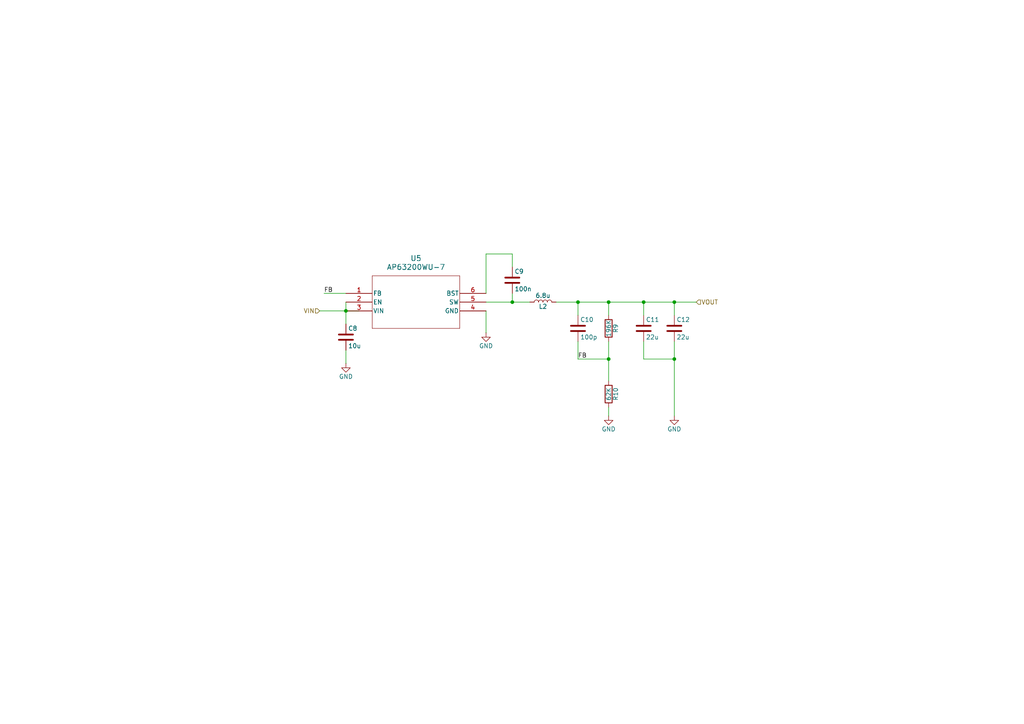
<source format=kicad_sch>
(kicad_sch (version 20250114) (generator "eeschema") (generator_version "9.0")
  (paper "A4")
  (lib_symbols
    (symbol "Device:C" (pin_numbers (hide yes)) (pin_names (offset 0.254))
      (property "Reference" "C" (at 0.635 2.54 0))
      (property "Value" "C" (at 0.635 -2.54 0))
      (symbol "C_0_1"
        (polyline (pts (xy -2.032 0.762) (xy 2.032 0.762)) (stroke (width 0.508)))
        (polyline (pts (xy -2.032 -0.762) (xy 2.032 -0.762)) (stroke (width 0.508)))
      )
      (symbol "C_1_1"
        (pin passive line (at 0 3.81 270) (length 2.794) (name "~") (number "1"))
        (pin passive line (at 0 -3.81 90) (length 2.794) (name "~") (number "2"))
      )
    )
    (symbol "Device:L" (pin_numbers (hide yes)) (pin_names (offset 1.016) (hide yes))
      (property "Reference" "L" (at -1.27 0 90))
      (property "Value" "L" (at 1.905 0 90))
      (symbol "L_0_1"
        (arc (start 0 2.54) (mid 0.6323 1.905) (end 0 1.27))
        (arc (start 0 1.27) (mid 0.6323 0.635) (end 0 0))
        (arc (start 0 0) (mid 0.6323 -0.635) (end 0 -1.27))
        (arc (start 0 -1.27) (mid 0.6323 -1.905) (end 0 -2.54))
      )
      (symbol "L_1_1"
        (pin passive line (at 0 3.81 270) (length 1.27) (name "1") (number "1"))
        (pin passive line (at 0 -3.81 90) (length 1.27) (name "2") (number "2"))
      )
    )
    (symbol "Device:R" (pin_numbers (hide yes)) (pin_names (offset 0))
      (property "Reference" "R" (at 2.032 0 90))
      (property "Value" "R" (at 0 0 90))
      (symbol "R_0_1"
        (rectangle (start -1.016 -2.54) (end 1.016 2.54) (stroke (width 0.254)))
      )
      (symbol "R_1_1"
        (pin passive line (at 0 3.81 270) (length 1.27) (name "~") (number "1"))
        (pin passive line (at 0 -3.81 90) (length 1.27) (name "~") (number "2"))
      )
    )
    (symbol "Project_Components:AP63200WU-7" (pin_names (offset 0.254))
      (property "Reference" "U" (at 20.32 10.16 0))
      (property "Value" "AP63200WU-7" (at 20.32 7.62 0))
      (symbol "AP63200WU-7_0_1"
        (polyline (pts (xy 7.62 5.08) (xy 7.62 -10.16)) (stroke (width 0.127)))
        (polyline (pts (xy 7.62 -10.16) (xy 33.02 -10.16)) (stroke (width 0.127)))
        (polyline (pts (xy 33.02 5.08) (xy 7.62 5.08)) (stroke (width 0.127)))
        (polyline (pts (xy 33.02 -10.16) (xy 33.02 5.08)) (stroke (width 0.127)))
        (pin output line (at 0 0 0) (length 7.62) (name "FB") (number "1"))
        (pin input line (at 0 -2.54 0) (length 7.62) (name "EN") (number "2"))
        (pin power_in line (at 0 -5.08 0) (length 7.62) (name "VIN") (number "3"))
        (pin input line (at 40.64 0 180) (length 7.62) (name "BST") (number "6"))
        (pin output line (at 40.64 -2.54 180) (length 7.62) (name "SW") (number "5"))
        (pin power_out line (at 40.64 -5.08 180) (length 7.62) (name "GND") (number "4"))
      )
    )
    (symbol "power:GND" (power) (pin_numbers (hide yes)) (pin_names (offset 0) (hide yes))
      (property "Value" "GND" (at 0 -3.81 0))
      (symbol "GND_0_1"
        (polyline (pts (xy 0 0) (xy 0 -1.27) (xy 1.27 -1.27) (xy 0 -2.54) (xy -1.27 -1.27) (xy 0 -1.27)))
      )
      (symbol "GND_1_1"
        (pin power_in line (at 0 0 270) (length 0) (name "~") (number "1"))
      )
    )
  )
  (junction (at 176.53 87.63))
  (junction (at 195.58 104.14))
  (junction (at 148.59 87.63))
  (junction (at 186.69 87.63))
  (junction (at 100.33 90.17))
  (junction (at 195.58 87.63))
  (junction (at 167.64 87.63))
  (junction (at 176.53 104.14))
  (wire (pts (xy 140.97 90.17) (xy 140.97 96.52)))
  (wire (pts (xy 176.53 118.11) (xy 176.53 120.65)))
  (wire (pts (xy 167.64 104.14) (xy 176.53 104.14)))
  (wire (pts (xy 140.97 87.63) (xy 148.59 87.63)))
  (wire (pts (xy 186.69 99.06) (xy 186.69 104.14)))
  (wire (pts (xy 195.58 87.63) (xy 195.58 91.44)))
  (wire (pts (xy 176.53 104.14) (xy 176.53 110.49)))
  (wire (pts (xy 186.69 104.14) (xy 195.58 104.14)))
  (wire (pts (xy 140.97 73.66) (xy 148.59 73.66)))
  (wire (pts (xy 148.59 73.66) (xy 148.59 77.47)))
  (wire (pts (xy 195.58 104.14) (xy 195.58 120.65)))
  (wire (pts (xy 104.14 90.17) (xy 100.33 90.17)))
  (wire (pts (xy 186.69 87.63) (xy 186.69 91.44)))
  (wire (pts (xy 100.33 90.17) (xy 100.33 93.98)))
  (wire (pts (xy 140.97 85.09) (xy 140.97 73.66)))
  (wire (pts (xy 148.59 87.63) (xy 153.67 87.63)))
  (wire (pts (xy 93.98 85.09) (xy 100.33 85.09)))
  (wire (pts (xy 186.69 87.63) (xy 195.58 87.63)))
  (wire (pts (xy 92.71 90.17) (xy 100.33 90.17)))
  (wire (pts (xy 167.64 99.06) (xy 167.64 104.14)))
  (wire (pts (xy 176.53 87.63) (xy 186.69 87.63)))
  (wire (pts (xy 100.33 101.6) (xy 100.33 105.41)))
  (wire (pts (xy 161.29 87.63) (xy 167.64 87.63)))
  (wire (pts (xy 176.53 91.44) (xy 176.53 87.63)))
  (wire (pts (xy 167.64 87.63) (xy 176.53 87.63)))
  (wire (pts (xy 176.53 104.14) (xy 176.53 99.06)))
  (wire (pts (xy 195.58 87.63) (xy 201.93 87.63)))
  (wire (pts (xy 148.59 85.09) (xy 148.59 87.63)))
  (wire (pts (xy 100.33 87.63) (xy 100.33 90.17)))
  (wire (pts (xy 195.58 99.06) (xy 195.58 104.14)))
  (wire (pts (xy 167.64 87.63) (xy 167.64 91.44)))
  (label "FB" (at 93.98 85.09 0))
  (label "FB" (at 167.64 104.14 0))
  (hierarchical_label "VOUT" (shape input) (at 201.93 87.63 0))
  (hierarchical_label "VIN" (shape input) (at 92.71 90.17 180))
  (symbol (lib_id "Device:C") (at 100.33 97.79 0) (unit 1)
    (property "Reference" "C8" (at 100.965 95.25 0) (effects (justify left)))
    (property "Value" "10u" (at 100.965 100.33 0) (effects (justify left)))
    (property "Footprint" "Capacitor_SMD:C_0201_0603Metric_Pad0.64x0.40mm_HandSolder" (effects (hide yes)))
    (property "Description" "Unpolarized capacitor" (effects (hide yes)))
  )
  (symbol (lib_id "Project_Components:AP63200WU-7") (at 100.33 85.09 0) (unit 1)
    (property "Reference" "U5" (at 120.65 74.93 0) (effects (font (size 1.524 1.524))))
    (property "Value" "AP63200WU-7" (at 120.65 77.47 0) (effects (font (size 1.524 1.524))))
    (property "Footprint" "Project_Components:AP63200WU_7" (effects (hide yes)))
  )
  (symbol (lib_id "power:GND") (at 195.58 120.65 0) (unit 1)
    (property "Reference" "#PWR014" (effects (hide yes)))
    (property "Value" "GND" (at 195.58 124.46 0))
    (property "Description" "Power symbol creates a global label with name \"GND\" , ground" (effects (hide yes)))
  )
  (symbol (lib_id "Device:C") (at 167.64 95.25 0) (unit 1)
    (property "Reference" "C10" (at 168.275 92.71 0) (effects (justify left)))
    (property "Value" "100p" (at 168.275 97.79 0) (effects (justify left)))
    (property "Footprint" "Capacitor_SMD:C_0201_0603Metric_Pad0.64x0.40mm_HandSolder" (effects (hide yes)))
    (property "Description" "Unpolarized capacitor" (effects (hide yes)))
  )
  (symbol (lib_id "power:GND") (at 100.33 105.41 0) (unit 1)
    (property "Reference" "#PWR011" (effects (hide yes)))
    (property "Value" "GND" (at 100.33 109.22 0))
    (property "Description" "Power symbol creates a global label with name \"GND\" , ground" (effects (hide yes)))
  )
  (symbol (lib_id "Device:C") (at 195.58 95.25 0) (unit 1)
    (property "Reference" "C12" (at 196.215 92.71 0) (effects (justify left)))
    (property "Value" "22u" (at 196.215 97.79 0) (effects (justify left)))
    (property "Footprint" "Capacitor_SMD:C_0201_0603Metric_Pad0.64x0.40mm_HandSolder" (effects (hide yes)))
    (property "Description" "Unpolarized capacitor" (effects (hide yes)))
  )
  (symbol (lib_id "Device:R") (at 176.53 95.25 0) (unit 1)
    (property "Reference" "R9" (at 178.562 95.25 90))
    (property "Value" "196K" (at 176.53 95.25 90))
    (property "Footprint" "Resistor_SMD:R_0603_1608Metric_Pad0.98x0.95mm_HandSolder" (effects (hide yes)))
    (property "Description" "Resistor" (effects (hide yes)))
  )
  (symbol (lib_id "Device:L") (at 157.48 87.63 90) (unit 1)
    (property "Reference" "L2" (at 157.48 88.9 90))
    (property "Value" "6.8u" (at 157.48 85.725 90))
    (property "Footprint" "Inductor_SMD:L_0603_1608Metric_Pad1.05x0.95mm_HandSolder" (effects (hide yes)))
    (property "Description" "Inductor" (effects (hide yes)))
  )
  (symbol (lib_id "Device:R") (at 176.53 114.3 0) (unit 1)
    (property "Reference" "R10" (at 178.562 114.3 90))
    (property "Value" "62K" (at 176.53 114.3 90))
    (property "Footprint" "Resistor_SMD:R_0603_1608Metric_Pad0.98x0.95mm_HandSolder" (effects (hide yes)))
    (property "Description" "Resistor" (effects (hide yes)))
  )
  (symbol (lib_id "Device:C") (at 148.59 81.28 0) (unit 1)
    (property "Reference" "C9" (at 149.225 78.74 0) (effects (justify left)))
    (property "Value" "100n" (at 149.225 83.82 0) (effects (justify left)))
    (property "Footprint" "Capacitor_SMD:C_0201_0603Metric_Pad0.64x0.40mm_HandSolder" (effects (hide yes)))
    (property "Description" "Unpolarized capacitor" (effects (hide yes)))
  )
  (symbol (lib_id "Device:C") (at 186.69 95.25 0) (unit 1)
    (property "Reference" "C11" (at 187.325 92.71 0) (effects (justify left)))
    (property "Value" "22u" (at 187.325 97.79 0) (effects (justify left)))
    (property "Footprint" "Capacitor_SMD:C_0201_0603Metric_Pad0.64x0.40mm_HandSolder" (effects (hide yes)))
    (property "Description" "Unpolarized capacitor" (effects (hide yes)))
  )
  (symbol (lib_id "power:GND") (at 176.53 120.65 0) (unit 1)
    (property "Reference" "#PWR013" (effects (hide yes)))
    (property "Value" "GND" (at 176.53 124.46 0))
    (property "Description" "Power symbol creates a global label with name \"GND\" , ground" (effects (hide yes)))
  )
  (symbol (lib_id "power:GND") (at 140.97 96.52 0) (unit 1)
    (property "Reference" "#PWR012" (effects (hide yes)))
    (property "Value" "GND" (at 140.97 100.33 0))
    (property "Description" "Power symbol creates a global label with name \"GND\" , ground" (effects (hide yes)))
  )
)
</source>
